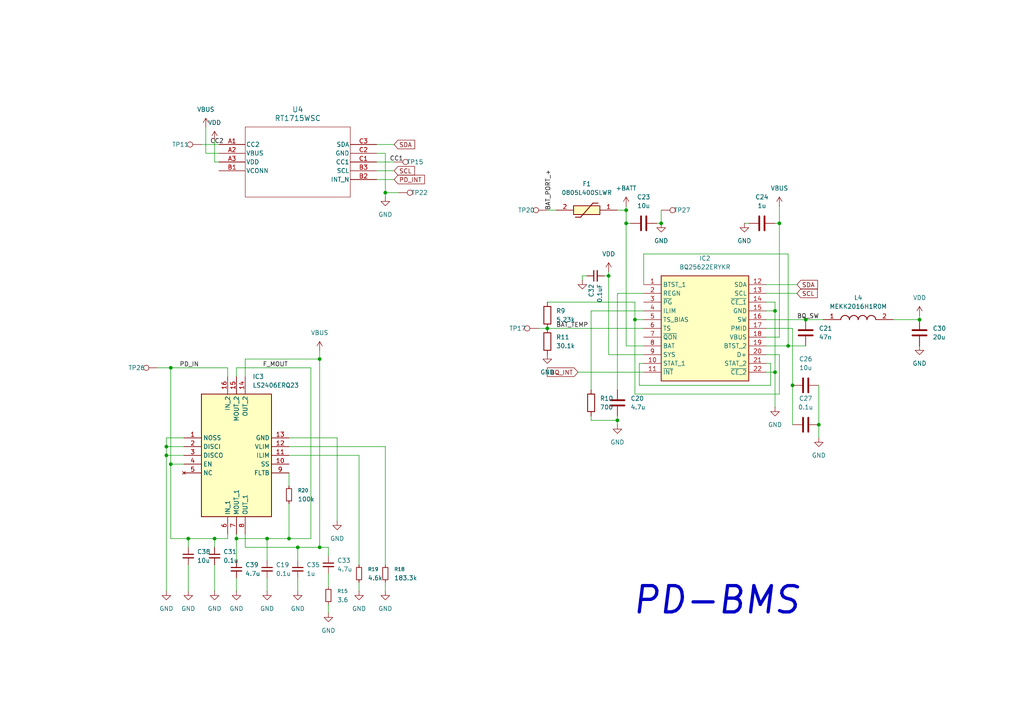
<source format=kicad_sch>
(kicad_sch (version 20250114) (generator "eeschema") (generator_version "9.0")
  (paper "A4")
  (title_block (title "ThunderKILL") (date "2025-09-05") (rev "2.1") (company "RoseDaggerDev                                               Original Credits: YveltalGriffin"))
  (lib_symbols
    (symbol "Connector:TestPoint" (pin_numbers (hide yes)) (pin_names (offset 0.762) (hide yes))
      (property "Reference" "TP" (at 0 6.858 0))
      (property "Value" "TestPoint" (at 0 5.08 0))
      (symbol "TestPoint_0_1"
        (circle (center 0 3.302) (radius 0.762))
      )
      (symbol "TestPoint_1_1"
        (pin passive line (at 0 0 90) (length 2.54) (name "1") (number "1"))
      )
    )
    (symbol "Device:C" (pin_numbers (hide yes)) (pin_names (offset 0.254))
      (property "Reference" "C" (at 0.635 2.54 0))
      (property "Value" "C" (at 0.635 -2.54 0))
      (symbol "C_0_1"
        (polyline (pts (xy -2.032 0.762) (xy 2.032 0.762)) (stroke (width 0.508)))
        (polyline (pts (xy -2.032 -0.762) (xy 2.032 -0.762)) (stroke (width 0.508)))
      )
      (symbol "C_1_1"
        (pin passive line (at 0 3.81 270) (length 2.794) (name "~") (number "1"))
        (pin passive line (at 0 -3.81 90) (length 2.794) (name "~") (number "2"))
      )
    )
    (symbol "Device:C_Small" (pin_numbers (hide yes)) (pin_names (offset 0.254) (hide yes))
      (property "Reference" "C" (at 0.254 1.778 0))
      (property "Value" "C_Small" (at 0.254 -2.032 0))
      (symbol "C_Small_0_1"
        (polyline (pts (xy -1.524 0.508) (xy 1.524 0.508)) (stroke (width 0.3048)))
        (polyline (pts (xy -1.524 -0.508) (xy 1.524 -0.508)) (stroke (width 0.3302)))
      )
      (symbol "C_Small_1_1"
        (pin passive line (at 0 2.54 270) (length 2.032) (name "~") (number "1"))
        (pin passive line (at 0 -2.54 90) (length 2.032) (name "~") (number "2"))
      )
    )
    (symbol "Device:R" (pin_numbers (hide yes)) (pin_names (offset 0))
      (property "Reference" "R" (at 2.032 0 90))
      (property "Value" "R" (at 0 0 90))
      (symbol "R_0_1"
        (rectangle (start -1.016 -2.54) (end 1.016 2.54) (stroke (width 0.254)))
      )
      (symbol "R_1_1"
        (pin passive line (at 0 3.81 270) (length 1.27) (name "~") (number "1"))
        (pin passive line (at 0 -3.81 90) (length 1.27) (name "~") (number "2"))
      )
    )
    (symbol "Device:R_Small" (pin_numbers (hide yes)) (pin_names (offset 0.254) (hide yes))
      (property "Reference" "R" (at 0 0 90))
      (property "Value" "R_Small" (at 1.778 0 90))
      (symbol "R_Small_0_1"
        (rectangle (start -0.762 1.778) (end 0.762 -1.778) (stroke (width 0.2032)))
      )
      (symbol "R_Small_1_1"
        (pin passive line (at 0 2.54 270) (length 0.762) (name "~") (number "1"))
        (pin passive line (at 0 -2.54 90) (length 0.762) (name "~") (number "2"))
      )
    )
    (symbol "RoseDaggerDev:RT1715WSC" (pin_names (offset 0.254))
      (property "Reference" "U" (at 22.86 10.16 0))
      (property "Value" "RT1715WSC" (at 22.86 7.62 0))
      (symbol "RT1715WSC_0_1"
        (polyline (pts (xy 7.62 5.08) (xy 7.62 -15.24)) (stroke (width 0.127)))
        (polyline (pts (xy 7.62 -15.24) (xy 38.1 -15.24)) (stroke (width 0.127)))
        (polyline (pts (xy 38.1 5.08) (xy 7.62 5.08)) (stroke (width 0.127)))
        (polyline (pts (xy 38.1 -15.24) (xy 38.1 5.08)) (stroke (width 0.127)))
        (pin bidirectional line (at 0 0 0) (length 7.62) (name "CC2") (number "A1"))
        (pin unspecified line (at 0 -2.54 0) (length 7.62) (name "VBUS") (number "A2"))
        (pin power_in line (at 0 -5.08 0) (length 7.62) (name "VDD") (number "A3"))
        (pin unspecified line (at 0 -7.62 0) (length 7.62) (name "VCONN") (number "B1"))
        (pin unspecified line (at 45.72 0 180) (length 7.62) (name "SDA") (number "C3"))
        (pin power_out line (at 45.72 -2.54 180) (length 7.62) (name "GND") (number "C2"))
        (pin bidirectional line (at 45.72 -5.08 180) (length 7.62) (name "CC1") (number "C1"))
        (pin unspecified line (at 45.72 -7.62 180) (length 7.62) (name "SCL") (number "B3"))
        (pin input line (at 45.72 -10.16 180) (length 7.62) (name "INT_N") (number "B2"))
      )
    )
    (symbol "SamacSys_Parts:0805L400SLWR" (pin_names (hide yes))
      (property "Reference" "F" (at 13.97 6.35 0))
      (property "Value" "0805L400SLWR" (at 13.97 3.81 0))
      (symbol "0805L400SLWR_1_1"
        (rectangle (start 5.08 1.27) (end 12.7 -1.27) (stroke (width 0.254)) (fill (type background)))
        (polyline (pts (xy 5.588 -2.032) (xy 7.112 -2.032)) (stroke (width 0.254)))
        (polyline (pts (xy 10.668 2.032) (xy 7.112 -2.032)) (stroke (width 0.254)))
        (polyline (pts (xy 10.668 2.032) (xy 12.192 2.032)) (stroke (width 0.254)))
        (pin passive line (at 0 0 0) (length 5.08) (name "1") (number "1"))
        (pin passive line (at 17.78 0 180) (length 5.08) (name "2") (number "2"))
      )
    )
    (symbol "SamacSys_Parts:BQ25622ERYKR"
      (property "Reference" "IC" (at 31.75 7.62 0))
      (property "Value" "BQ25622ERYKR" (at 31.75 5.08 0))
      (symbol "BQ25622ERYKR_1_1"
        (rectangle (start 5.08 2.54) (end 30.48 -27.94) (stroke (width 0.254)) (fill (type background)))
        (pin passive line (at 0 0 0) (length 5.08) (name "BTST_1") (number "1"))
        (pin passive line (at 0 -2.54 0) (length 5.08) (name "REGN") (number "2"))
        (pin passive line (at 0 -5.08 0) (length 5.08) (name "~{PG}") (number "3"))
        (pin passive line (at 0 -7.62 0) (length 5.08) (name "ILIM") (number "4"))
        (pin passive line (at 0 -10.16 0) (length 5.08) (name "TS_BIAS") (number "5"))
        (pin passive line (at 0 -12.7 0) (length 5.08) (name "TS") (number "6"))
        (pin passive line (at 0 -15.24 0) (length 5.08) (name "~{QON}") (number "7"))
        (pin passive line (at 0 -17.78 0) (length 5.08) (name "BAT") (number "8"))
        (pin passive line (at 0 -20.32 0) (length 5.08) (name "SYS") (number "9"))
        (pin passive line (at 0 -22.86 0) (length 5.08) (name "STAT_1") (number "10"))
        (pin passive line (at 0 -25.4 0) (length 5.08) (name "~{INT}") (number "11"))
        (pin passive line (at 35.56 0 180) (length 5.08) (name "SDA") (number "12"))
        (pin passive line (at 35.56 -2.54 180) (length 5.08) (name "SCL") (number "13"))
        (pin passive line (at 35.56 -5.08 180) (length 5.08) (name "~{CE_1}") (number "14"))
        (pin passive line (at 35.56 -7.62 180) (length 5.08) (name "GND") (number "15"))
        (pin passive line (at 35.56 -10.16 180) (length 5.08) (name "SW") (number "16"))
        (pin passive line (at 35.56 -12.7 180) (length 5.08) (name "PMID") (number "17"))
        (pin passive line (at 35.56 -15.24 180) (length 5.08) (name "VBUS") (number "18"))
        (pin passive line (at 35.56 -17.78 180) (length 5.08) (name "BTST_2") (number "19"))
        (pin passive line (at 35.56 -20.32 180) (length 5.08) (name "D+") (number "20"))
        (pin passive line (at 35.56 -22.86 180) (length 5.08) (name "STAT_2") (number "21"))
        (pin passive line (at 35.56 -25.4 180) (length 5.08) (name "~{CE_2}") (number "22"))
      )
    )
    (symbol "SamacSys_Parts:LS2406ERQ23"
      (property "Reference" "IC" (at 26.67 17.78 0))
      (property "Value" "LS2406ERQ23" (at 26.67 15.24 0))
      (symbol "LS2406ERQ23_1_1"
        (rectangle (start 5.08 12.7) (end 25.4 -22.86) (stroke (width 0.254)) (fill (type background)))
        (pin passive line (at 0 0 0) (length 5.08) (name "NOSS") (number "1"))
        (pin passive line (at 0 -2.54 0) (length 5.08) (name "DISCI") (number "2"))
        (pin passive line (at 0 -5.08 0) (length 5.08) (name "DISCO") (number "3"))
        (pin passive line (at 0 -7.62 0) (length 5.08) (name "EN") (number "4"))
        (pin no_connect line (at 0 -10.16 0) (length 5.08) (name "NC") (number "5"))
        (pin passive line (at 12.7 17.78 270) (length 5.08) (name "IN_2") (number "16"))
        (pin passive line (at 12.7 -27.94 90) (length 5.08) (name "IN_1") (number "6"))
        (pin passive line (at 15.24 17.78 270) (length 5.08) (name "MOUT_2") (number "15"))
        (pin passive line (at 15.24 -27.94 90) (length 5.08) (name "MOUT_1") (number "7"))
        (pin passive line (at 17.78 17.78 270) (length 5.08) (name "OUT_2") (number "14"))
        (pin passive line (at 17.78 -27.94 90) (length 5.08) (name "OUT_1") (number "8"))
        (pin passive line (at 30.48 0 180) (length 5.08) (name "GND") (number "13"))
        (pin passive line (at 30.48 -2.54 180) (length 5.08) (name "VLIM") (number "12"))
        (pin passive line (at 30.48 -5.08 180) (length 5.08) (name "ILIM") (number "11"))
        (pin passive line (at 30.48 -7.62 180) (length 5.08) (name "SS") (number "10"))
        (pin passive line (at 30.48 -10.16 180) (length 5.08) (name "FLTB") (number "9"))
      )
    )
    (symbol "SamacSys_Parts:MEKK2016H1R0M" (pin_names (hide yes))
      (property "Reference" "L" (at 16.51 6.35 0))
      (property "Value" "MEKK2016H1R0M" (at 16.51 3.81 0))
      (symbol "MEKK2016H1R0M_1_1"
        (arc (start 5.08 0) (mid 6.35 1.219) (end 7.62 0) (stroke (width 0.254)))
        (arc (start 7.62 0) (mid 8.89 1.219) (end 10.16 0) (stroke (width 0.254)))
        (arc (start 10.16 0) (mid 11.43 1.219) (end 12.7 0) (stroke (width 0.254)))
        (arc (start 12.7 0) (mid 13.97 1.219) (end 15.24 0) (stroke (width 0.254)))
        (pin passive line (at 0 0 0) (length 5.08) (name "1") (number "1"))
        (pin passive line (at 20.32 0 180) (length 5.08) (name "2") (number "2"))
      )
    )
    (symbol "power:+BATT" (power) (pin_numbers (hide yes)) (pin_names (offset 0) (hide yes))
      (property "Value" "+BATT" (at 0 3.556 0))
      (symbol "+BATT_0_1"
        (polyline (pts (xy -0.762 1.27) (xy 0 2.54)))
        (polyline (pts (xy 0 2.54) (xy 0.762 1.27)))
        (polyline (pts (xy 0 0) (xy 0 2.54)))
      )
      (symbol "+BATT_1_1"
        (pin power_in line (at 0 0 90) (length 0) (name "~") (number "1"))
      )
    )
    (symbol "power:GND" (power) (pin_numbers (hide yes)) (pin_names (offset 0) (hide yes))
      (property "Value" "GND" (at 0 -3.81 0))
      (symbol "GND_0_1"
        (polyline (pts (xy 0 0) (xy 0 -1.27) (xy 1.27 -1.27) (xy 0 -2.54) (xy -1.27 -1.27) (xy 0 -1.27)))
      )
      (symbol "GND_1_1"
        (pin power_in line (at 0 0 270) (length 0) (name "~") (number "1"))
      )
    )
    (symbol "power:VBUS" (power) (pin_numbers (hide yes)) (pin_names (offset 0) (hide yes))
      (property "Value" "VBUS" (at 0 3.556 0))
      (symbol "VBUS_0_1"
        (polyline (pts (xy -0.762 1.27) (xy 0 2.54)))
        (polyline (pts (xy 0 2.54) (xy 0.762 1.27)))
        (polyline (pts (xy 0 0) (xy 0 2.54)))
      )
      (symbol "VBUS_1_1"
        (pin power_in line (at 0 0 90) (length 0) (name "~") (number "1"))
      )
    )
    (symbol "power:VDD" (power) (pin_numbers (hide yes)) (pin_names (offset 0) (hide yes))
      (property "Value" "VDD" (at 0 3.556 0))
      (symbol "VDD_0_1"
        (polyline (pts (xy -0.762 1.27) (xy 0 2.54)))
        (polyline (pts (xy 0 2.54) (xy 0.762 1.27)))
        (polyline (pts (xy 0 0) (xy 0 2.54)))
      )
      (symbol "VDD_1_1"
        (pin power_in line (at 0 0 90) (length 0) (name "~") (number "1"))
      )
    )
  )
  (text "PD-BMS" (at 207.772 174.244 0) (effects (font (size 7.62 7.62) (thickness 0.9525) (italic yes))))
  (junction (at 49.53 134.62))
  (junction (at 179.07 121.92))
  (junction (at 233.68 92.71))
  (junction (at 49.53 106.68))
  (junction (at 224.79 90.17))
  (junction (at 62.23 156.21))
  (junction (at 54.61 156.21))
  (junction (at 92.71 158.75))
  (junction (at 86.36 158.75))
  (junction (at 48.26 129.54))
  (junction (at 158.75 95.25))
  (junction (at 191.77 64.77))
  (junction (at 181.61 60.96))
  (junction (at 83.82 156.21))
  (junction (at 48.26 132.08))
  (junction (at 266.7 92.71))
  (junction (at 184.15 92.71))
  (junction (at 111.76 55.88))
  (junction (at 68.58 156.21))
  (junction (at 77.47 156.21))
  (junction (at 226.06 64.77))
  (junction (at 228.6 100.33))
  (junction (at 176.53 80.01))
  (junction (at 92.71 104.14))
  (junction (at 237.49 123.19))
  (junction (at 224.79 107.95))
  (junction (at 229.87 111.76))
  (junction (at 181.61 64.77))
  (wire (pts (xy 83.82 129.54) (xy 111.76 129.54)))
  (wire (pts (xy 222.25 92.71) (xy 233.68 92.71)))
  (wire (pts (xy 226.06 59.69) (xy 226.06 64.77)))
  (wire (pts (xy 66.04 106.68) (xy 66.04 109.22)))
  (wire (pts (xy 156.21 95.25) (xy 158.75 95.25)))
  (wire (pts (xy 179.07 120.65) (xy 179.07 121.92)))
  (wire (pts (xy 83.82 137.16) (xy 83.82 140.97)))
  (wire (pts (xy 71.12 104.14) (xy 71.12 109.22)))
  (wire (pts (xy 104.14 132.08) (xy 104.14 163.83)))
  (wire (pts (xy 92.71 158.75) (xy 95.25 158.75)))
  (wire (pts (xy 109.22 44.45) (xy 111.76 44.45)))
  (wire (pts (xy 54.61 156.21) (xy 49.53 156.21)))
  (wire (pts (xy 48.26 127) (xy 48.26 129.54)))
  (wire (pts (xy 49.53 106.68) (xy 66.04 106.68)))
  (wire (pts (xy 68.58 156.21) (xy 68.58 162.56)))
  (wire (pts (xy 54.61 163.83) (xy 54.61 171.45)))
  (wire (pts (xy 109.22 46.99) (xy 114.3 46.99)))
  (wire (pts (xy 83.82 127) (xy 97.79 127)))
  (wire (pts (xy 77.47 167.64) (xy 77.47 171.45)))
  (wire (pts (xy 186.69 82.55) (xy 186.69 73.66)))
  (wire (pts (xy 111.76 168.91) (xy 111.76 171.45)))
  (wire (pts (xy 224.79 118.11) (xy 224.79 107.95)))
  (wire (pts (xy 95.25 166.37) (xy 95.25 170.18)))
  (wire (pts (xy 176.53 78.74) (xy 176.53 80.01)))
  (wire (pts (xy 86.36 158.75) (xy 92.71 158.75)))
  (wire (pts (xy 175.26 80.01) (xy 176.53 80.01)))
  (wire (pts (xy 226.06 102.87) (xy 226.06 114.3)))
  (wire (pts (xy 224.79 90.17) (xy 222.25 90.17)))
  (wire (pts (xy 181.61 59.69) (xy 181.61 60.96)))
  (wire (pts (xy 111.76 44.45) (xy 111.76 55.88)))
  (wire (pts (xy 49.53 106.68) (xy 49.53 134.62)))
  (wire (pts (xy 62.23 46.99) (xy 63.5 46.99)))
  (wire (pts (xy 222.25 107.95) (xy 224.79 107.95)))
  (wire (pts (xy 158.75 95.25) (xy 186.69 95.25)))
  (wire (pts (xy 186.69 73.66) (xy 228.6 73.66)))
  (wire (pts (xy 90.17 106.68) (xy 68.58 106.68)))
  (wire (pts (xy 68.58 156.21) (xy 77.47 156.21)))
  (wire (pts (xy 104.14 168.91) (xy 104.14 171.45)))
  (wire (pts (xy 86.36 162.56) (xy 86.36 158.75)))
  (wire (pts (xy 68.58 106.68) (xy 68.58 109.22)))
  (wire (pts (xy 237.49 123.19) (xy 237.49 127)))
  (wire (pts (xy 48.26 132.08) (xy 48.26 171.45)))
  (wire (pts (xy 62.23 163.83) (xy 62.23 171.45)))
  (wire (pts (xy 226.06 64.77) (xy 226.06 97.79)))
  (wire (pts (xy 222.25 87.63) (xy 224.79 87.63)))
  (wire (pts (xy 222.25 102.87) (xy 226.06 102.87)))
  (wire (pts (xy 68.58 167.64) (xy 68.58 171.45)))
  (wire (pts (xy 184.15 92.71) (xy 186.69 92.71)))
  (wire (pts (xy 95.25 175.26) (xy 95.25 177.8)))
  (wire (pts (xy 226.06 97.79) (xy 222.25 97.79)))
  (wire (pts (xy 237.49 111.76) (xy 237.49 123.19)))
  (wire (pts (xy 71.12 158.75) (xy 86.36 158.75)))
  (wire (pts (xy 181.61 60.96) (xy 181.61 64.77)))
  (wire (pts (xy 66.04 154.94) (xy 66.04 156.21)))
  (wire (pts (xy 59.69 36.83) (xy 59.69 44.45)))
  (wire (pts (xy 266.7 92.71) (xy 266.7 91.44)))
  (wire (pts (xy 111.76 129.54) (xy 111.76 163.83)))
  (wire (pts (xy 179.07 60.96) (xy 181.61 60.96)))
  (wire (pts (xy 111.76 55.88) (xy 111.76 57.15)))
  (wire (pts (xy 49.53 134.62) (xy 49.53 156.21)))
  (wire (pts (xy 185.42 105.41) (xy 185.42 111.76)))
  (wire (pts (xy 92.71 101.6) (xy 92.71 104.14)))
  (wire (pts (xy 90.17 156.21) (xy 90.17 106.68)))
  (wire (pts (xy 49.53 134.62) (xy 53.34 134.62)))
  (wire (pts (xy 226.06 114.3) (xy 184.15 114.3)))
  (wire (pts (xy 186.69 102.87) (xy 176.53 102.87)))
  (wire (pts (xy 168.91 81.28) (xy 168.91 80.01)))
  (wire (pts (xy 97.79 127) (xy 97.79 151.13)))
  (wire (pts (xy 171.45 90.17) (xy 171.45 113.03)))
  (wire (pts (xy 86.36 167.64) (xy 86.36 171.45)))
  (wire (pts (xy 62.23 40.64) (xy 62.23 46.99)))
  (wire (pts (xy 229.87 95.25) (xy 229.87 111.76)))
  (wire (pts (xy 224.79 107.95) (xy 224.79 90.17)))
  (wire (pts (xy 215.9 64.77) (xy 217.17 64.77)))
  (wire (pts (xy 171.45 121.92) (xy 179.07 121.92)))
  (wire (pts (xy 184.15 87.63) (xy 184.15 92.71)))
  (wire (pts (xy 228.6 100.33) (xy 233.68 100.33)))
  (wire (pts (xy 185.42 111.76) (xy 223.52 111.76)))
  (wire (pts (xy 83.82 156.21) (xy 90.17 156.21)))
  (wire (pts (xy 181.61 64.77) (xy 181.61 100.33)))
  (wire (pts (xy 54.61 158.75) (xy 54.61 156.21)))
  (wire (pts (xy 58.42 41.91) (xy 63.5 41.91)))
  (wire (pts (xy 83.82 146.05) (xy 83.82 156.21)))
  (wire (pts (xy 109.22 52.07) (xy 114.3 52.07)))
  (wire (pts (xy 223.52 105.41) (xy 222.25 105.41)))
  (wire (pts (xy 71.12 154.94) (xy 71.12 158.75)))
  (wire (pts (xy 158.75 60.96) (xy 161.29 60.96)))
  (wire (pts (xy 92.71 158.75) (xy 92.71 104.14)))
  (wire (pts (xy 53.34 127) (xy 48.26 127)))
  (wire (pts (xy 62.23 156.21) (xy 62.23 158.75)))
  (wire (pts (xy 68.58 154.94) (xy 68.58 156.21)))
  (wire (pts (xy 191.77 60.96) (xy 191.77 64.77)))
  (wire (pts (xy 168.91 80.01) (xy 170.18 80.01)))
  (wire (pts (xy 77.47 156.21) (xy 77.47 162.56)))
  (wire (pts (xy 92.71 104.14) (xy 71.12 104.14)))
  (wire (pts (xy 223.52 111.76) (xy 223.52 105.41)))
  (wire (pts (xy 54.61 156.21) (xy 62.23 156.21)))
  (wire (pts (xy 182.88 64.77) (xy 181.61 64.77)))
  (wire (pts (xy 191.77 64.77) (xy 190.5 64.77)))
  (wire (pts (xy 48.26 132.08) (xy 53.34 132.08)))
  (wire (pts (xy 59.69 44.45) (xy 63.5 44.45)))
  (wire (pts (xy 95.25 161.29) (xy 95.25 158.75)))
  (wire (pts (xy 179.07 85.09) (xy 179.07 113.03)))
  (wire (pts (xy 222.25 82.55) (xy 231.14 82.55)))
  (wire (pts (xy 176.53 80.01) (xy 176.53 102.87)))
  (wire (pts (xy 45.72 106.68) (xy 49.53 106.68)))
  (wire (pts (xy 48.26 129.54) (xy 53.34 129.54)))
  (wire (pts (xy 229.87 111.76) (xy 229.87 123.19)))
  (wire (pts (xy 186.69 100.33) (xy 181.61 100.33)))
  (wire (pts (xy 228.6 73.66) (xy 228.6 100.33)))
  (wire (pts (xy 109.22 41.91) (xy 114.3 41.91)))
  (wire (pts (xy 111.76 55.88) (xy 115.57 55.88)))
  (wire (pts (xy 186.69 85.09) (xy 179.07 85.09)))
  (wire (pts (xy 222.25 100.33) (xy 228.6 100.33)))
  (wire (pts (xy 224.79 64.77) (xy 226.06 64.77)))
  (wire (pts (xy 233.68 92.71) (xy 238.76 92.71)))
  (wire (pts (xy 66.04 156.21) (xy 62.23 156.21)))
  (wire (pts (xy 83.82 132.08) (xy 104.14 132.08)))
  (wire (pts (xy 179.07 121.92) (xy 179.07 123.19)))
  (wire (pts (xy 222.25 95.25) (xy 229.87 95.25)))
  (wire (pts (xy 222.25 85.09) (xy 231.14 85.09)))
  (wire (pts (xy 171.45 120.65) (xy 171.45 121.92)))
  (wire (pts (xy 259.08 92.71) (xy 266.7 92.71)))
  (wire (pts (xy 48.26 129.54) (xy 48.26 132.08)))
  (wire (pts (xy 184.15 92.71) (xy 184.15 114.3)))
  (wire (pts (xy 186.69 105.41) (xy 185.42 105.41)))
  (wire (pts (xy 109.22 49.53) (xy 114.3 49.53)))
  (wire (pts (xy 224.79 87.63) (xy 224.79 90.17)))
  (wire (pts (xy 186.69 90.17) (xy 171.45 90.17)))
  (wire (pts (xy 167.64 107.95) (xy 186.69 107.95)))
  (wire (pts (xy 158.75 87.63) (xy 184.15 87.63)))
  (wire (pts (xy 77.47 156.21) (xy 83.82 156.21)))
  (label "CC1" (at 113.03 46.99 0))
  (label "F_MOUT" (at 76.2 106.68 0))
  (label "PD_IN" (at 52.07 106.68 0))
  (label "BAT_PORT_+" (at 160.02 60.96 90))
  (label "BQ_SW" (at 231.14 92.71 0))
  (label "CC2" (at 60.96 41.91 0))
  (label "BAT_TEMP" (at 161.29 95.25 0))
  (global_label "BQ_INT" (shape input) (at 167.64 107.95 180) (property "Intersheetrefs" "${INTERSHEET_REFS}" (effects (hide yes))))
  (global_label "SDA" (shape input) (at 114.3 41.91 0) (property "Intersheetrefs" "${INTERSHEET_REFS}" (effects (hide yes))))
  (global_label "SCL" (shape input) (at 231.14 85.09 0) (property "Intersheetrefs" "${INTERSHEET_REFS}" (effects (hide yes))))
  (global_label "SCL" (shape input) (at 114.3 49.53 0) (property "Intersheetrefs" "${INTERSHEET_REFS}" (effects (hide yes))))
  (global_label "PD_INT" (shape input) (at 114.3 52.07 0) (property "Intersheetrefs" "${INTERSHEET_REFS}" (effects (hide yes))))
  (global_label "SDA" (shape input) (at 231.14 82.55 0) (property "Intersheetrefs" "${INTERSHEET_REFS}" (effects (hide yes))))
  (symbol (lib_id "Connector:TestPoint") (at 45.72 106.68 90) (unit 1)
    (property "Reference" "TP26" (at 39.624 106.68 90))
    (property "Value" "VBUS" (effects (hide yes)))
    (property "Footprint" "RoseDaggerDev:TestPoint_Pad_3x1.0mm" (effects (hide yes)))
  )
  (symbol (lib_id "Device:R") (at 158.75 99.06 0) (unit 1)
    (property "Reference" "R11" (at 161.29 97.7899 0) (effects (justify left)))
    (property "Value" "30.1k" (at 161.29 100.3299 0) (effects (justify left)))
    (property "Footprint" "Resistor_SMD:R_0402_1005Metric" (effects (hide yes)))
    (property "Description" "Resistor" (effects (hide yes)))
  )
  (symbol (lib_id "Device:C") (at 233.68 96.52 0) (unit 1)
    (property "Reference" "C21" (at 237.49 95.2499 0) (effects (justify left)))
    (property "Value" "47n" (at 237.49 97.7899 0) (effects (justify left)))
    (property "Footprint" "Capacitor_SMD:C_0402_1005Metric" (effects (hide yes)))
    (property "Description" "Unpolarized capacitor" (effects (hide yes)))
  )
  (symbol (lib_id "Device:C") (at 233.68 123.19 90) (unit 1)
    (property "Reference" "C27" (at 233.68 115.57 90))
    (property "Value" "0.1u" (at 233.68 118.11 90))
    (property "Footprint" "Capacitor_SMD:C_0402_1005Metric" (effects (hide yes)))
    (property "Description" "Unpolarized capacitor" (effects (hide yes)))
  )
  (symbol (lib_id "Connector:TestPoint") (at 58.42 41.91 90) (unit 1)
    (property "Reference" "TP11" (at 52.324 41.91 90))
    (property "Value" "CC2" (effects (hide yes)))
    (property "Footprint" "TestPoint:TestPoint_Pad_D1.0mm" (effects (hide yes)))
  )
  (symbol (lib_id "SamacSys_Parts:LS2406ERQ23") (at 53.34 127 0) (unit 1)
    (property "Reference" "IC3" (at 73.2633 109.22 0) (effects (justify left)))
    (property "Value" "LS2406ERQ23" (at 73.2633 111.76 0) (effects (justify left)))
    (property "Footprint" "SamacSys_Parts:LS2406ERQ23" (effects (hide yes)))
    (property "Datasheet" "https://www.littelfuse.com/media?resourcetype=datasheets&itemid=9243fffc-f882-4c2c-9691-22b03ef6767c&filename=littelfuse-over-voltage-protection--ls2406erq23-datasheet" (effects (hide yes)))
    (property "Description" "Power Switch ICs - Power Distribution 28V/6A efuse with True RCB & FRS" (effects (hide yes)))
    (property "Height" "0.85" (effects (hide yes)))
    (property "Mouser Part Number" "576-LS2406ERQ23" (effects (hide yes)))
    (property "Mouser Price/Stock" "https://www.mouser.co.uk/ProductDetail/Littelfuse/LS2406ERQ23?qs=4ASt3YYao0UtfViT2DwMgw%3D%3D" (effects (hide yes)))
    (property "Manufacturer_Name" "LITTELFUSE" (effects (hide yes)))
    (property "Manufacturer_Part_Number" "LS2406ERQ23" (effects (hide yes)))
  )
  (symbol (lib_id "Device:C_Small") (at 77.47 165.1 0) (unit 1)
    (property "Reference" "C19" (at 80.01 163.8362 0) (effects (justify left)))
    (property "Value" "0.1u" (at 80.01 166.3762 0) (effects (justify left)))
    (property "Footprint" "Capacitor_SMD:C_0402_1005Metric" (effects (hide yes)))
    (property "Description" "Unpolarized capacitor, small symbol" (effects (hide yes)))
  )
  (symbol (lib_id "Device:C") (at 266.7 96.52 0) (unit 1)
    (property "Reference" "C30" (at 270.51 95.2499 0) (effects (justify left)))
    (property "Value" "20u" (at 270.51 97.7899 0) (effects (justify left)))
    (property "Footprint" "Capacitor_SMD:C_0402_1005Metric" (effects (hide yes)))
    (property "Description" "Unpolarized capacitor" (effects (hide yes)))
  )
  (symbol (lib_id "Device:R_Small") (at 111.76 166.37 0) (unit 1)
    (property "Reference" "R18" (at 114.3 165.0999 0) (effects (font (size 1.016 1.016)) (justify left)))
    (property "Value" "183.3k" (at 114.3 167.6399 0) (effects (justify left)))
    (property "Footprint" "Resistor_SMD:R_0402_1005Metric" (effects (hide yes)))
    (property "Description" "Resistor, small symbol" (effects (hide yes)))
  )
  (symbol (lib_id "RoseDaggerDev:RT1715WSC") (at 63.5 41.91 0) (unit 1)
    (property "Reference" "U4" (at 86.36 31.75 0) (effects (font (size 1.524 1.524))))
    (property "Value" "RT1715WSC" (at 86.36 34.29 0) (effects (font (size 1.524 1.524))))
    (property "Footprint" "RoseDaggerDev:BGA3X3_RT1715WSC_RIT" (effects (hide yes)))
    (property "Datasheet" "RT1715WSC" (effects (hide yes)))
  )
  (symbol (lib_id "Device:R_Small") (at 83.82 143.51 0) (unit 1)
    (property "Reference" "R20" (at 86.36 142.2399 0) (effects (font (size 1.016 1.016)) (justify left)))
    (property "Value" "100k" (at 86.36 144.7799 0) (effects (justify left)))
    (property "Footprint" "Resistor_SMD:R_0402_1005Metric" (effects (hide yes)))
    (property "Description" "Resistor, small symbol" (effects (hide yes)))
  )
  (symbol (lib_id "power:VDD") (at 62.23 40.64 0) (unit 1)
    (property "Reference" "#PWR048" (effects (hide yes)))
    (property "Value" "VDD" (at 62.23 35.56 0))
    (property "Description" "Power symbol creates a global label with name \"VDD\"" (effects (hide yes)))
  )
  (symbol (lib_id "Connector:TestPoint") (at 191.77 60.96 270) (unit 1)
    (property "Reference" "TP27" (at 197.866 60.96 90))
    (property "Value" "BAT-" (effects (hide yes)))
    (property "Footprint" "RoseDaggerDev:TestPoint_Pad_3x1.0mm" (effects (hide yes)))
  )
  (symbol (lib_id "power:GND") (at 224.79 118.11 0) (unit 1)
    (property "Reference" "#PWR061" (effects (hide yes)))
    (property "Value" "GND" (at 224.79 123.19 0))
    (property "Description" "Power symbol creates a global label with name \"GND\" , ground" (effects (hide yes)))
  )
  (symbol (lib_id "power:GND") (at 95.25 177.8 0) (unit 1)
    (property "Reference" "#PWR073" (effects (hide yes)))
    (property "Value" "GND" (at 95.25 182.88 0))
    (property "Description" "Power symbol creates a global label with name \"GND\" , ground" (effects (hide yes)))
  )
  (symbol (lib_id "power:GND") (at 266.7 100.33 0) (unit 1)
    (property "Reference" "#PWR058" (effects (hide yes)))
    (property "Value" "GND" (at 266.7 105.41 0))
    (property "Description" "Power symbol creates a global label with name \"GND\" , ground" (effects (hide yes)))
  )
  (symbol (lib_id "Device:R_Small") (at 95.25 172.72 0) (unit 1)
    (property "Reference" "R15" (at 97.79 171.4499 0) (effects (font (size 1.016 1.016)) (justify left)))
    (property "Value" "3.6" (at 97.79 173.9899 0) (effects (justify left)))
    (property "Footprint" "Resistor_SMD:R_0402_1005Metric" (effects (hide yes)))
    (property "Description" "Resistor, small symbol" (effects (hide yes)))
  )
  (symbol (lib_id "power:GND") (at 179.07 123.19 0) (unit 1)
    (property "Reference" "#PWR062" (effects (hide yes)))
    (property "Value" "GND" (at 179.07 128.27 0))
    (property "Description" "Power symbol creates a global label with name \"GND\" , ground" (effects (hide yes)))
  )
  (symbol (lib_id "Device:C_Small") (at 172.72 80.01 90) (mirror x) (unit 1)
    (property "Reference" "C32" (at 171.5141 82.3341 0) (effects (justify left)))
    (property "Value" "0.1uF" (at 173.9384 82.3341 0) (effects (justify left)))
    (property "Footprint" "Capacitor_SMD:C_0402_1005Metric" (effects (hide yes)))
    (property "Description" "Unpolarized capacitor, small symbol" (effects (hide yes)))
  )
  (symbol (lib_id "power:+BATT") (at 181.61 59.69 0) (unit 1)
    (property "Reference" "#PWR051" (effects (hide yes)))
    (property "Value" "+BATT" (at 181.61 54.61 0))
    (property "Description" "Power symbol creates a global label with name \"+BATT\"" (effects (hide yes)))
  )
  (symbol (lib_id "power:GND") (at 191.77 64.77 0) (unit 1)
    (property "Reference" "#PWR053" (effects (hide yes)))
    (property "Value" "GND" (at 191.77 69.85 0))
    (property "Description" "Power symbol creates a global label with name \"GND\" , ground" (effects (hide yes)))
  )
  (symbol (lib_id "power:GND") (at 111.76 57.15 0) (unit 1)
    (property "Reference" "#PWR049" (effects (hide yes)))
    (property "Value" "GND" (at 111.76 62.23 0))
    (property "Description" "Power symbol creates a global label with name \"GND\" , ground" (effects (hide yes)))
  )
  (symbol (lib_id "power:GND") (at 48.26 171.45 0) (unit 1)
    (property "Reference" "#PWR065" (effects (hide yes)))
    (property "Value" "GND" (at 48.26 176.53 0))
    (property "Description" "Power symbol creates a global label with name \"GND\" , ground" (effects (hide yes)))
  )
  (symbol (lib_id "power:VDD") (at 266.7 91.44 0) (unit 1)
    (property "Reference" "#PWR057" (effects (hide yes)))
    (property "Value" "VDD" (at 266.7 86.36 0))
    (property "Description" "Power symbol creates a global label with name \"VDD\"" (effects (hide yes)))
  )
  (symbol (lib_id "power:GND") (at 86.36 171.45 0) (unit 1)
    (property "Reference" "#PWR070" (effects (hide yes)))
    (property "Value" "GND" (at 86.36 176.53 0))
    (property "Description" "Power symbol creates a global label with name \"GND\" , ground" (effects (hide yes)))
  )
  (symbol (lib_id "power:GND") (at 54.61 171.45 0) (unit 1)
    (property "Reference" "#PWR066" (effects (hide yes)))
    (property "Value" "GND" (at 54.61 176.53 0))
    (property "Description" "Power symbol creates a global label with name \"GND\" , ground" (effects (hide yes)))
  )
  (symbol (lib_id "Device:R_Small") (at 104.14 166.37 0) (unit 1)
    (property "Reference" "R19" (at 106.68 165.0999 0) (effects (font (size 1.016 1.016)) (justify left)))
    (property "Value" "4.6k" (at 106.68 167.6399 0) (effects (justify left)))
    (property "Footprint" "Resistor_SMD:R_0402_1005Metric" (effects (hide yes)))
    (property "Description" "Resistor, small symbol" (effects (hide yes)))
  )
  (symbol (lib_id "power:GND") (at 168.91 81.28 0) (unit 1)
    (property "Reference" "#PWR056" (effects (hide yes)))
    (property "Value" "GND" (effects (hide yes)))
  )
  (symbol (lib_id "Device:C_Small") (at 62.23 161.29 0) (unit 1)
    (property "Reference" "C31" (at 64.77 160.0262 0) (effects (justify left)))
    (property "Value" "0.1u" (at 64.77 162.5662 0) (effects (justify left)))
    (property "Footprint" "Capacitor_SMD:C_0402_1005Metric" (effects (hide yes)))
    (property "Description" "Unpolarized capacitor, small symbol" (effects (hide yes)))
  )
  (symbol (lib_id "Device:C_Small") (at 86.36 165.1 0) (unit 1)
    (property "Reference" "C35" (at 88.9 163.8362 0) (effects (justify left)))
    (property "Value" "1u" (at 88.9 166.3762 0) (effects (justify left)))
    (property "Footprint" "Capacitor_SMD:C_0402_1005Metric" (effects (hide yes)))
    (property "Description" "Unpolarized capacitor, small symbol" (effects (hide yes)))
  )
  (symbol (lib_id "Device:C_Small") (at 68.58 165.1 0) (unit 1)
    (property "Reference" "C39" (at 71.12 163.8362 0) (effects (justify left)))
    (property "Value" "4.7u" (at 71.12 166.3762 0) (effects (justify left)))
    (property "Footprint" "Capacitor_SMD:C_0603_1608Metric" (effects (hide yes)))
    (property "Description" "Unpolarized capacitor, small symbol" (effects (hide yes)))
  )
  (symbol (lib_id "Device:R") (at 158.75 91.44 0) (unit 1)
    (property "Reference" "R9" (at 161.29 90.1699 0) (effects (justify left)))
    (property "Value" "5.23k" (at 161.29 92.7099 0) (effects (justify left)))
    (property "Footprint" "Resistor_SMD:R_0402_1005Metric" (effects (hide yes)))
    (property "Description" "Resistor" (effects (hide yes)))
  )
  (symbol (lib_id "Device:C") (at 179.07 116.84 0) (unit 1)
    (property "Reference" "C20" (at 182.88 115.5699 0) (effects (justify left)))
    (property "Value" "4.7u" (at 182.88 118.1099 0) (effects (justify left)))
    (property "Footprint" "Capacitor_SMD:C_0402_1005Metric" (effects (hide yes)))
    (property "Description" "Unpolarized capacitor" (effects (hide yes)))
  )
  (symbol (lib_id "Device:C") (at 220.98 64.77 90) (unit 1)
    (property "Reference" "C24" (at 220.98 57.15 90))
    (property "Value" "1u" (at 220.98 59.69 90))
    (property "Footprint" "Capacitor_SMD:C_0402_1005Metric" (effects (hide yes)))
    (property "Description" "Unpolarized capacitor" (effects (hide yes)))
  )
  (symbol (lib_id "power:GND") (at 111.76 171.45 0) (unit 1)
    (property "Reference" "#PWR072" (effects (hide yes)))
    (property "Value" "GND" (at 111.76 176.53 0))
    (property "Description" "Power symbol creates a global label with name \"GND\" , ground" (effects (hide yes)))
  )
  (symbol (lib_id "power:GND") (at 104.14 171.45 0) (unit 1)
    (property "Reference" "#PWR071" (effects (hide yes)))
    (property "Value" "GND" (at 104.14 176.53 0))
    (property "Description" "Power symbol creates a global label with name \"GND\" , ground" (effects (hide yes)))
  )
  (symbol (lib_id "power:GND") (at 97.79 151.13 0) (unit 1)
    (property "Reference" "#PWR064" (effects (hide yes)))
    (property "Value" "GND" (at 97.79 156.21 0))
    (property "Description" "Power symbol creates a global label with name \"GND\" , ground" (effects (hide yes)))
  )
  (symbol (lib_id "power:GND") (at 237.49 127 0) (unit 1)
    (property "Reference" "#PWR063" (effects (hide yes)))
    (property "Value" "GND" (at 237.49 132.08 0))
    (property "Description" "Power symbol creates a global label with name \"GND\" , ground" (effects (hide yes)))
  )
  (symbol (lib_id "power:GND") (at 77.47 171.45 0) (unit 1)
    (property "Reference" "#PWR069" (effects (hide yes)))
    (property "Value" "GND" (at 77.47 176.53 0))
    (property "Description" "Power symbol creates a global label with name \"GND\" , ground" (effects (hide yes)))
  )
  (symbol (lib_id "power:GND") (at 68.58 171.45 0) (unit 1)
    (property "Reference" "#PWR068" (effects (hide yes)))
    (property "Value" "GND" (at 68.58 176.53 0))
    (property "Description" "Power symbol creates a global label with name \"GND\" , ground" (effects (hide yes)))
  )
  (symbol (lib_id "power:VBUS") (at 59.69 36.83 0) (unit 1)
    (property "Reference" "#PWR047" (effects (hide yes)))
    (property "Value" "VBUS" (at 59.69 31.75 0))
    (property "Description" "Power symbol creates a global label with name \"VBUS\"" (effects (hide yes)))
  )
  (symbol (lib_id "Device:R") (at 171.45 116.84 0) (unit 1)
    (property "Reference" "R10" (at 173.99 115.5699 0) (effects (justify left)))
    (property "Value" "700" (at 173.99 118.1099 0) (effects (justify left)))
    (property "Footprint" "Resistor_SMD:R_0402_1005Metric" (effects (hide yes)))
    (property "Description" "Resistor" (effects (hide yes)))
  )
  (symbol (lib_id "SamacSys_Parts:BQ25622ERYKR") (at 186.69 82.55 0) (unit 1)
    (property "Reference" "IC2" (at 204.47 74.93 0))
    (property "Value" "BQ25622ERYKR" (at 204.47 77.47 0))
    (property "Footprint" "SamacSys_Parts:BQ25622ERYKR" (effects (hide yes)))
    (property "Datasheet" "https://www.ti.com/lit/ds/symlink/bq25622e.pdf?HQS=dis-mous-null-mousermode-dsf-pf-null-wwe" (effects (hide yes)))
    (property "Description" "Battery Management IC controlled one-cell 3-A buck battery charger with up to 18-V input, current limit, and ADC" (effects (hide yes)))
    (property "Height" "0.8" (effects (hide yes)))
    (property "Mouser Part Number" "595-BQ25622ERYKR" (effects (hide yes)))
    (property "Mouser Price/Stock" "https://www.mouser.co.uk/ProductDetail/Texas-Instruments/BQ25622ERYKR?qs=1Kr7Jg1SGW%2FNPi02DrLnNQ%3D%3D" (effects (hide yes)))
    (property "Manufacturer_Name" "Texas Instruments" (effects (hide yes)))
    (property "Manufacturer_Part_Number" "BQ25622ERYKR" (effects (hide yes)))
  )
  (symbol (lib_id "Device:C") (at 233.68 111.76 90) (unit 1)
    (property "Reference" "C26" (at 233.68 104.14 90))
    (property "Value" "10u" (at 233.68 106.68 90))
    (property "Footprint" "Capacitor_SMD:C_0402_1005Metric" (effects (hide yes)))
    (property "Description" "Unpolarized capacitor" (effects (hide yes)))
  )
  (symbol (lib_id "Device:C_Small") (at 95.25 163.83 0) (unit 1)
    (property "Reference" "C33" (at 97.79 162.5662 0) (effects (justify left)))
    (property "Value" "4.7u" (at 97.79 165.1062 0) (effects (justify left)))
    (property "Footprint" "Capacitor_SMD:C_0603_1608Metric" (effects (hide yes)))
    (property "Description" "Unpolarized capacitor, small symbol" (effects (hide yes)))
  )
  (symbol (lib_id "Connector:TestPoint") (at 156.21 95.25 90) (unit 1)
    (property "Reference" "TP17" (at 150.114 95.25 90))
    (property "Value" "BAT_TMP" (effects (hide yes)))
    (property "Footprint" "TestPoint:TestPoint_Pad_D1.0mm" (effects (hide yes)))
  )
  (symbol (lib_id "power:GND") (at 158.75 102.87 0) (unit 1)
    (property "Reference" "#PWR060" (effects (hide yes)))
    (property "Value" "GND" (at 158.75 107.95 0))
    (property "Description" "Power symbol creates a global label with name \"GND\" , ground" (effects (hide yes)))
  )
  (symbol (lib_id "SamacSys_Parts:MEKK2016H1R0M") (at 238.76 92.71 0) (unit 1)
    (property "Reference" "L4" (at 248.92 86.36 0))
    (property "Value" "MEKK2016H1R0M" (at 248.92 88.9 0))
    (property "Footprint" "SamacSys_Parts:INDPM2016X100N" (effects (hide yes)))
    (property "Datasheet" "https://ms.componentsearchengine.com/Datasheets/2/MEKK2016H1R0M.pdf" (effects (hide yes)))
    (property "Description" "TAIYO YUDEN - MEKK2016H1R0M - INDUCTOR,METAL WIRE-WOUND 10AH7849" (effects (hide yes)))
    (property "Height" "1" (effects (hide yes)))
    (property "Mouser Part Number" "963-MEKK2016H1R0M" (effects (hide yes)))
    (property "Mouser Price/Stock" "https://www.mouser.co.uk/ProductDetail/Taiyo-Yuden/MEKK2016H1R0M?qs=EBDBlbfErPxIEht64hlXPA%3D%3D" (effects (hide yes)))
    (property "Manufacturer_Name" "TAIYO YUDEN" (effects (hide yes)))
    (property "Manufacturer_Part_Number" "MEKK2016H1R0M" (effects (hide yes)))
  )
  (symbol (lib_id "power:VDD") (at 176.53 78.74 0) (unit 1)
    (property "Reference" "#PWR055" (effects (hide yes)))
    (property "Value" "VDD" (at 176.53 73.66 0))
    (property "Description" "Power symbol creates a global label with name \"VDD\"" (effects (hide yes)))
  )
  (symbol (lib_id "power:GND") (at 215.9 64.77 0) (unit 1)
    (property "Reference" "#PWR054" (effects (hide yes)))
    (property "Value" "GND" (at 215.9 69.85 0))
    (property "Description" "Power symbol creates a global label with name \"GND\" , ground" (effects (hide yes)))
  )
  (symbol (lib_id "power:GND") (at 62.23 171.45 0) (unit 1)
    (property "Reference" "#PWR067" (effects (hide yes)))
    (property "Value" "GND" (at 62.23 176.53 0))
    (property "Description" "Power symbol creates a global label with name \"GND\" , ground" (effects (hide yes)))
  )
  (symbol (lib_id "Device:C") (at 186.69 64.77 90) (unit 1)
    (property "Reference" "C23" (at 186.69 57.15 90))
    (property "Value" "10u" (at 186.69 59.69 90))
    (property "Footprint" "Capacitor_SMD:C_0402_1005Metric" (effects (hide yes)))
    (property "Description" "Unpolarized capacitor" (effects (hide yes)))
  )
  (symbol (lib_id "Connector:TestPoint") (at 115.57 55.88 270) (unit 1)
    (property "Reference" "TP22" (at 121.666 55.88 90))
    (property "Value" "GND" (effects (hide yes)))
    (property "Footprint" "project-footprints:TestPoint_Pad_3x1.0mm" (effects (hide yes)))
  )
  (symbol (lib_id "Connector:TestPoint") (at 114.3 46.99 270) (unit 1)
    (property "Reference" "TP15" (at 120.396 46.99 90))
    (property "Value" "CC1" (effects (hide yes)))
    (property "Footprint" "TestPoint:TestPoint_Pad_D1.0mm" (effects (hide yes)))
  )
  (symbol (lib_id "SamacSys_Parts:0805L400SLWR") (at 179.07 60.96 180) (unit 1)
    (property "Reference" "F1" (at 170.18 53.34 0))
    (property "Value" "0805L400SLWR" (at 170.18 55.88 0))
    (property "Footprint" "SamacSys_Parts:0805L075SLYR" (effects (hide yes)))
    (property "Datasheet" "https://m.littelfuse.com/~/media/electronics/datasheets/resettable_ptcs/littelfuse_ptc_lorho_datasheet.pdf.pdf" (effects (hide yes)))
    (property "Description" "Low Rho Surface Mount Resettable PTC Fuse" (effects (hide yes)))
    (property "Height" "0.75" (effects (hide yes)))
    (property "Mouser Part Number" "576-0805L400SLWR" (effects (hide yes)))
    (property "Mouser Price/Stock" "https://www.mouser.co.uk/ProductDetail/Littelfuse/0805L400SLWR?qs=7MVldsJ5UawTxyzZP%2FZ31g%3D%3D" (effects (hide yes)))
    (property "Manufacturer_Name" "LITTELFUSE" (effects (hide yes)))
    (property "Manufacturer_Part_Number" "0805L400SLWR" (effects (hide yes)))
  )
  (symbol (lib_id "power:VBUS") (at 226.06 59.69 0) (unit 1)
    (property "Reference" "#PWR052" (effects (hide yes)))
    (property "Value" "VBUS" (at 226.06 54.61 0))
    (property "Description" "Power symbol creates a global label with name \"VBUS\"" (effects (hide yes)))
  )
  (symbol (lib_id "power:VBUS") (at 92.71 101.6 0) (unit 1)
    (property "Reference" "#PWR059" (effects (hide yes)))
    (property "Value" "VBUS" (at 92.71 96.52 0))
    (property "Description" "Power symbol creates a global label with name \"VBUS\"" (effects (hide yes)))
  )
  (symbol (lib_id "Connector:TestPoint") (at 158.75 60.96 90) (unit 1)
    (property "Reference" "TP20" (at 152.654 60.96 90))
    (property "Value" "BAT+" (effects (hide yes)))
    (property "Footprint" "RoseDaggerDev:TestPoint_Pad_3x1.0mm" (effects (hide yes)))
  )
  (symbol (lib_id "Device:C_Small") (at 54.61 161.29 0) (unit 1)
    (property "Reference" "C38" (at 57.15 160.0262 0) (effects (justify left)))
    (property "Value" "10u" (at 57.15 162.5662 0) (effects (justify left)))
    (property "Footprint" "Capacitor_SMD:C_0805_2012Metric" (effects (hide yes)))
    (property "Description" "Unpolarized capacitor, small symbol" (effects (hide yes)))
  )
)
</source>
